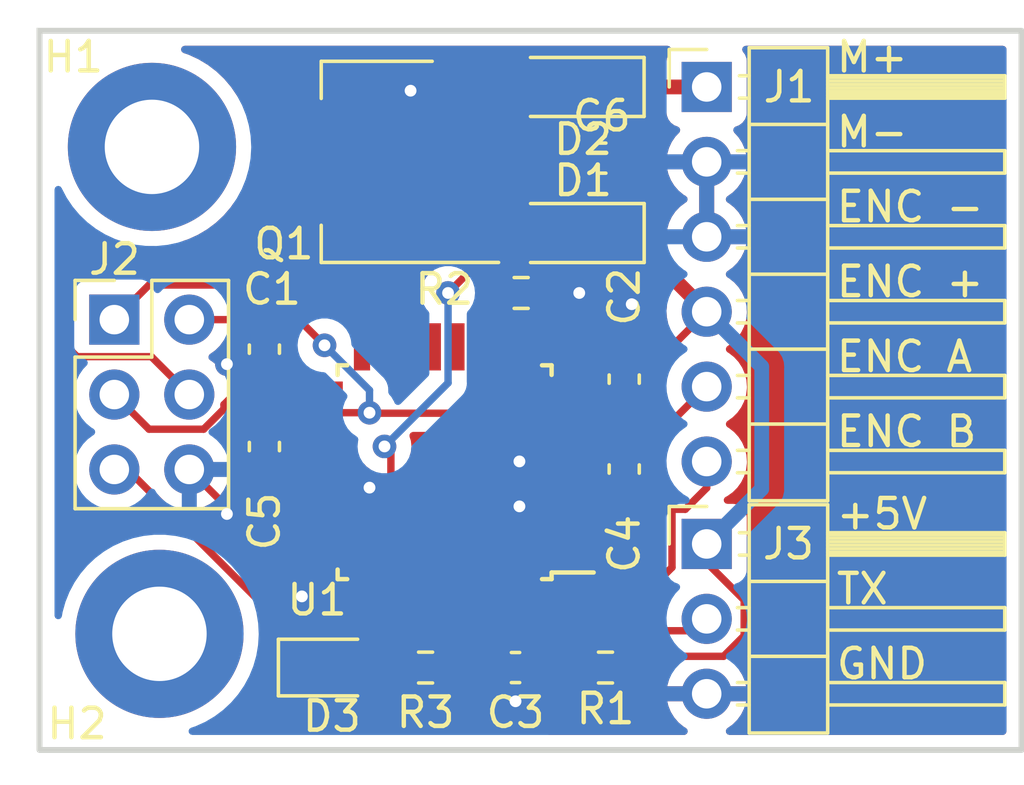
<source format=kicad_pcb>
(kicad_pcb (version 20211014) (generator pcbnew)
  (layers (0 "F.Cu" signal) (31 "B.Cu" signal) (34 "B.Paste" user) (35 "F.Paste" user) (36 "B.SilkS" user "B.Silkscreen") (37 "F.SilkS" user "F.Silkscreen") (38 "B.Mask" user) (39 "F.Mask" user) (44 "Edge.Cuts" user))
  (net 0 "")
  (net 1 "GND")
  (net 2 "RST")
  (net 3 "+5V")
  (net 4 "MOTOR-")
  (net 5 "MOTOR+")
  (net 6 "ENC A")
  (net 7 "ENC B")
  (net 8 "MISO")
  (net 9 "SCK")
  (net 10 "MOSI")
  (net 11 "Net-(Q1-Pad1)")
  (net 15 "Net-(D3-Pad2)")
  (net 17 "LED")
  (net 19 "TX")
  (footprint "MountingHole:MountingHole_3.2mm_M3_ISO7380_Pad" (layer "F.Cu") (at 82.804 108.712)
    (fp_text reference "H2" (at -2.794 3.048) (layer "F.SilkS"))
    (fp_text value "MountingHole")
    (pad "1" thru_hole circle (at 0 0) (size 5.7 5.7) (drill 3.2) (layers *.Cu *.Mask))
  )
  (footprint "Capacitor_SMD:C_0603_1608Metric" (layer "F.Cu") (at 98.552 100.076 -90)
    (fp_text reference "C2" (at -2.794 0 90) (layer "F.SilkS"))
    (fp_text value "C")
    (fp_line (start -0.14058 -0.51) (end 0.14058 -0.51) (layer "F.SilkS") (width 0.12))
    (fp_line (start -0.14058 0.51) (end 0.14058 0.51) (layer "F.SilkS") (width 0.12))
    (pad "1" smd roundrect (at -0.775 0 270) (size 0.9 0.95) (layers "F.Cu" "F.Paste" "F.Mask") (net 1 "GND"))
    (pad "2" smd roundrect (at 0.775 0 270) (size 0.9 0.95) (layers "F.Cu" "F.Paste" "F.Mask") (net 3 "+5V"))
  )
  (footprint "Capacitor_SMD:C_0603_1608Metric" (layer "F.Cu") (at 94.869 109.855)
    (fp_text reference "C3" (at 0 1.524) (layer "F.SilkS"))
    (fp_text value "C")
    (fp_line (start -0.14058 0.51) (end 0.14058 0.51) (layer "F.SilkS") (width 0.12))
    (fp_line (start -0.14058 -0.51) (end 0.14058 -0.51) (layer "F.SilkS") (width 0.12))
    (pad "1" smd roundrect (at -0.775 0) (size 0.9 0.95) (layers "F.Cu" "F.Paste" "F.Mask") (net 1 "GND"))
    (pad "2" smd roundrect (at 0.775 0) (size 0.9 0.95) (layers "F.Cu" "F.Paste" "F.Mask") (net 2 "RST"))
  )
  (footprint "Package_QFP:TQFP-32_7x7mm_P0.8mm" (layer "F.Cu") (at 92.466305 103.232 180)
    (fp_text reference "U1" (at 4.323 -4.333) (layer "F.SilkS"))
    (fp_text value "ATmega88-20A")
    (fp_line (start -3.625 -3.625) (end -3.625 -3.4) (layer "F.SilkS") (width 0.15))
    (fp_line (start 3.625 3.625) (end 3.625 3.3) (layer "F.SilkS") (width 0.15))
    (fp_line (start -3.625 3.625) (end -3.625 3.3) (layer "F.SilkS") (width 0.15))
    (fp_line (start -3.625 -3.625) (end -3.3 -3.625) (layer "F.SilkS") (width 0.15))
    (fp_line (start -3.625 3.625) (end -3.3 3.625) (layer "F.SilkS") (width 0.15))
    (fp_line (start 3.625 -3.625) (end 3.3 -3.625) (layer "F.SilkS") (width 0.15))
    (fp_line (start 3.625 3.625) (end 3.3 3.625) (layer "F.SilkS") (width 0.15))
    (fp_line (start -3.625 -3.4) (end -5.05 -3.4) (layer "F.SilkS") (width 0.15))
    (fp_line (start 3.625 -3.625) (end 3.625 -3.3) (layer "F.SilkS") (width 0.15))
    (pad "1" smd rect (at -4.25 -2.8 180) (size 1.6 0.55) (layers "F.Cu" "F.Paste" "F.Mask") (net 6 "ENC A"))
    (pad "2" smd rect (at -4.25 -2 180) (size 1.6 0.55) (layers "F.Cu" "F.Paste" "F.Mask"))
    (pad "3" smd rect (at -4.25 -1.2 180) (size 1.6 0.55) (layers "F.Cu" "F.Paste" "F.Mask") (net 1 "GND"))
    (pad "4" smd rect (at -4.25 -0.4 180) (size 1.6 0.55) (layers "F.Cu" "F.Paste" "F.Mask") (net 3 "+5V"))
    (pad "5" smd rect (at -4.25 0.4 180) (size 1.6 0.55) (layers "F.Cu" "F.Paste" "F.Mask") (net 1 "GND"))
    (pad "6" smd rect (at -4.25 1.2 180) (size 1.6 0.55) (layers "F.Cu" "F.Paste" "F.Mask") (net 3 "+5V"))
    (pad "7" smd rect (at -4.25 2 180) (size 1.6 0.55) (layers "F.Cu" "F.Paste" "F.Mask"))
    (pad "8" smd rect (at -4.25 2.8 180) (size 1.6 0.55) (layers "F.Cu" "F.Paste" "F.Mask"))
    (pad "9" smd rect (at -2.8 4.25 270) (size 1.6 0.55) (layers "F.Cu" "F.Paste" "F.Mask"))
    (pad "10" smd rect (at -2 4.25 270) (size 1.6 0.55) (layers "F.Cu" "F.Paste" "F.Mask"))
    (pad "11" smd rect (at -1.2 4.25 270) (size 1.6 0.55) (layers "F.Cu" "F.Paste" "F.Mask"))
    (pad "12" smd rect (at -0.4 4.25 270) (size 1.6 0.55) (layers "F.Cu" "F.Paste" "F.Mask"))
    (pad "13" smd rect (at 0.4 4.25 270) (size 1.6 0.55) (layers "F.Cu" "F.Paste" "F.Mask"))
    (pad "14" smd rect (at 1.2 4.25 270) (size 1.6 0.55) (layers "F.Cu" "F.Paste" "F.Mask"))
    (pad "15" smd rect (at 2 4.25 270) (size 1.6 0.55) (layers "F.Cu" "F.Paste" "F.Mask") (net 10 "MOSI"))
    (pad "16" smd rect (at 2.8 4.25 270) (size 1.6 0.55) (layers "F.Cu" "F.Paste" "F.Mask") (net 8 "MISO"))
    (pad "17" smd rect (at 4.25 2.8 180) (size 1.6 0.55) (layers "F.Cu" "F.Paste" "F.Mask") (net 9 "SCK"))
    (pad "18" smd rect (at 4.25 2 180) (size 1.6 0.55) (layers "F.Cu" "F.Paste" "F.Mask") (net 3 "+5V"))
    (pad "19" smd rect (at 4.25 1.2 180) (size 1.6 0.55) (layers "F.Cu" "F.Paste" "F.Mask"))
    (pad "20" smd rect (at 4.25 0.4 180) (size 1.6 0.55) (layers "F.Cu" "F.Paste" "F.Mask"))
    (pad "21" smd rect (at 4.25 -0.4 180) (size 1.6 0.55) (layers "F.Cu" "F.Paste" "F.Mask") (net 1 "GND"))
    (pad "22" smd rect (at 4.25 -1.2 180) (size 1.6 0.55) (layers "F.Cu" "F.Paste" "F.Mask"))
    (pad "23" smd rect (at 4.25 -2 180) (size 1.6 0.55) (layers "F.Cu" "F.Paste" "F.Mask"))
    (pad "24" smd rect (at 4.25 -2.8 180) (size 1.6 0.55) (layers "F.Cu" "F.Paste" "F.Mask"))
    (pad "25" smd rect (at 2.8 -4.25 270) (size 1.6 0.55) (layers "F.Cu" "F.Paste" "F.Mask"))
    (pad "26" smd rect (at 2 -4.25 270) (size 1.6 0.55) (layers "F.Cu" "F.Paste" "F.Mask") (net 11 "Net-(Q1-Pad1)"))
    (pad "27" smd rect (at 1.2 -4.25 270) (size 1.6 0.55) (layers "F.Cu" "F.Paste" "F.Mask") (net 17 "LED"))
    (pad "28" smd rect (at 0.4 -4.25 270) (size 1.6 0.55) (layers "F.Cu" "F.Paste" "F.Mask"))
    (pad "29" smd rect (at -0.4 -4.25 270) (size 1.6 0.55) (layers "F.Cu" "F.Paste" "F.Mask") (net 2 "RST"))
    (pad "30" smd rect (at -1.2 -4.25 270) (size 1.6 0.55) (layers "F.Cu" "F.Paste" "F.Mask"))
    (pad "31" smd rect (at -2 -4.25 270) (size 1.6 0.55) (layers "F.Cu" "F.Paste" "F.Mask") (net 19 "TX"))
    (pad "32" smd rect (at -2.8 -4.25 270) (size 1.6 0.55) (layers "F.Cu" "F.Paste" "F.Mask") (net 7 "ENC B"))
  )
  (footprint "Diode_SMD:D_SOD-123F" (layer "F.Cu") (at 97.025 90.17 180)
    (fp_text reference "D2" (at -0.13 -1.778) (layer "F.SilkS"))
    (fp_text value "D")
    (fp_line (start -2.2 1) (end 1.65 1) (layer "F.SilkS") (width 0.12))
    (fp_line (start -2.2 -1) (end -2.2 1) (layer "F.SilkS") (width 0.12))
    (fp_line (start -2.2 -1) (end 1.65 -1) (layer "F.SilkS") (width 0.12))
    (pad "1" smd rect (at -1.4 0 180) (size 1.1 1.1) (layers "F.Cu" "F.Paste" "F.Mask") (net 3 "+5V"))
    (pad "2" smd rect (at 1.4 0 180) (size 1.1 1.1) (layers "F.Cu" "F.Paste" "F.Mask") (net 4 "MOTOR-"))
  )
  (footprint "Capacitor_SMD:C_0603_1608Metric" (layer "F.Cu") (at 97.79 92.583)
    (fp_text reference "C6" (at 0 -1.43) (layer "F.SilkS"))
    (fp_text value "C")
    (fp_line (start -0.14058 -0.51) (end 0.14058 -0.51) (layer "F.SilkS") (width 0.12))
    (fp_line (start -0.14058 0.51) (end 0.14058 0.51) (layer "F.SilkS") (width 0.12))
    (pad "1" smd roundrect (at -0.775 0) (size 0.9 0.95) (layers "F.Cu" "F.Paste" "F.Mask") (net 4 "MOTOR-"))
    (pad "2" smd roundrect (at 0.775 0) (size 0.9 0.95) (layers "F.Cu" "F.Paste" "F.Mask") (net 5 "MOTOR+"))
  )
  (footprint "Connector_PinHeader_2.54mm:PinHeader_2x03_P2.54mm_Vertical" (layer "F.Cu") (at 81.275 98.059)
    (fp_text reference "J2" (at 0.005 -2.047) (layer "F.SilkS"))
    (fp_text value "Conn_01x06")
    (fp_line (start 3.87 -1.33) (end 3.87 6.41) (layer "F.SilkS") (width 0.12))
    (fp_line (start -1.33 0) (end -1.33 -1.33) (layer "F.SilkS") (width 0.12))
    (fp_line (start 1.27 1.27) (end 1.27 -1.33) (layer "F.SilkS") (width 0.12))
    (fp_line (start -1.33 -1.33) (end 0 -1.33) (layer "F.SilkS") (width 0.12))
    (fp_line (start -1.33 6.41) (end 3.87 6.41) (layer "F.SilkS") (width 0.12))
    (fp_line (start 1.27 -1.33) (end 3.87 -1.33) (layer "F.SilkS") (width 0.12))
    (fp_line (start -1.33 1.27) (end 1.27 1.27) (layer "F.SilkS") (width 0.12))
    (fp_line (start -1.33 1.27) (end -1.33 6.41) (layer "F.SilkS") (width 0.12))
    (pad "1" thru_hole rect (at 0 0) (size 1.7 1.7) (drill 1) (layers *.Cu *.Mask) (net 8 "MISO"))
    (pad "2" thru_hole oval (at 2.54 0) (size 1.7 1.7) (drill 1) (layers *.Cu *.Mask) (net 3 "+5V"))
    (pad "3" thru_hole oval (at 0 2.54) (size 1.7 1.7) (drill 1) (layers *.Cu *.Mask) (net 9 "SCK"))
    (pad "4" thru_hole oval (at 2.54 2.54) (size 1.7 1.7) (drill 1) (layers *.Cu *.Mask) (net 10 "MOSI"))
    (pad "5" thru_hole oval (at 0 5.08) (size 1.7 1.7) (drill 1) (layers *.Cu *.Mask) (net 2 "RST"))
    (pad "6" thru_hole oval (at 2.54 5.08) (size 1.7 1.7) (drill 1) (layers *.Cu *.Mask) (net 1 "GND"))
  )
  (footprint "Connector_PinHeader_2.54mm:PinHeader_1x03_P2.54mm_Horizontal" (layer "F.Cu") (at 101.346 105.664)
    (fp_text reference "J3" (at 2.77 0) (layer "F.SilkS"))
    (fp_text value "Conn_01x03")
    (fp_line (start 4.1 0.16) (end 10.1 0.16) (layer "F.SilkS") (width 0.12))
    (fp_line (start 1.44 6.41) (end 4.1 6.41) (layer "F.SilkS") (width 0.12))
    (fp_line (start 10.1 -0.38) (end 10.1 0.38) (layer "F.SilkS") (width 0.12))
    (fp_line (start 10.1 2.92) (end 4.1 2.92) (layer "F.SilkS") (width 0.12))
    (fp_line (start 1.44 1.27) (end 4.1 1.27) (layer "F.SilkS") (width 0.12))
    (fp_line (start 10.1 0.38) (end 4.1 0.38) (layer "F.SilkS") (width 0.12))
    (fp_line (start 1.44 3.81) (end 4.1 3.81) (layer "F.SilkS") (width 0.12))
    (fp_line (start 10.1 4.7) (end 10.1 5.46) (layer "F.SilkS") (width 0.12))
    (fp_line (start 10.1 2.16) (end 10.1 2.92) (layer "F.SilkS") (width 0.12))
    (fp_line (start 4.1 0.04) (end 10.1 0.04) (layer "F.SilkS") (width 0.12))
    (fp_line (start 1.44 -1.33) (end 1.44 6.41) (layer "F.SilkS") (width 0.12))
    (fp_line (start 4.1 6.41) (end 4.1 -1.33) (layer "F.SilkS") (width 0.12))
    (fp_line (start 1.042929 2.92) (end 1.44 2.92) (layer "F.SilkS") (width 0.12))
    (fp_line (start 4.1 -1.33) (end 1.44 -1.33) (layer "F.SilkS") (width 0.12))
    (fp_line (start 4.1 4.7) (end 10.1 4.7) (layer "F.SilkS") (width 0.12))
    (fp_line (start 4.1 -0.32) (end 10.1 -0.32) (layer "F.SilkS") (width 0.12))
    (fp_line (start 4.1 -0.2) (end 10.1 -0.2) (layer "F.SilkS") (width 0.12))
    (fp_line (start 1.042929 5.46) (end 1.44 5.46) (layer "F.SilkS") (width 0.12))
    (fp_line (start 1.11 -0.38) (end 1.44 -0.38) (layer "F.SilkS") (width 0.12))
    (fp_line (start -1.27 -1.27) (end 0 -1.27) (layer "F.SilkS") (width 0.12))
    (fp_line (start 4.1 -0.38) (end 10.1 -0.38) (layer "F.SilkS") (width 0.12))
    (fp_line (start 10.1 5.46) (end 4.1 5.46) (layer "F.SilkS") (width 0.12))
    (fp_line (start 4.1 -0.08) (end 10.1 -0.08) (layer "F.SilkS") (width 0.12))
    (fp_line (start 4.1 2.16) (end 10.1 2.16) (layer "F.SilkS") (width 0.12))
    (fp_line (start 1.042929 2.16) (end 1.44 2.16) (layer "F.SilkS") (width 0.12))
    (fp_line (start 1.042929 4.7) (end 1.44 4.7) (layer "F.SilkS") (width 0.12))
    (fp_line (start 1.11 0.38) (end 1.44 0.38) (layer "F.SilkS") (width 0.12))
    (fp_line (start -1.27 0) (end -1.27 -1.27) (layer "F.SilkS") (width 0.12))
    (fp_line (start 4.1 0.28) (end 10.1 0.28) (layer "F.SilkS") (width 0.12))
    (pad "1" thru_hole rect (at 0 0) (size 1.7 1.7) (drill 1) (layers *.Cu *.Mask) (net 3 "+5V"))
    (pad "2" thru_hole oval (at 0 2.54) (size 1.7 1.7) (drill 1) (layers *.Cu *.Mask) (net 19 "TX"))
    (pad "3" thru_hole oval (at 0 5.08) (size 1.7 1.7) (drill 1) (layers *.Cu *.Mask) (net 1 "GND"))
  )
  (footprint "LED_SMD:LED_0805_2012Metric" (layer "F.Cu") (at 88.519 109.855)
    (fp_text reference "D3" (at 0.127 1.651) (layer "F.SilkS"))
    (fp_text value "LED")
    (fp_line (start -1.685 -0.96) (end -1.685 0.96) (layer "F.SilkS") (width 0.12))
    (fp_line (start -1.685 0.96) (end 1 0.96) (layer "F.SilkS") (width 0.12))
    (fp_line (start 1 -0.96) (end -1.685 -0.96) (layer "F.SilkS") (width 0.12))
    (pad "1" smd roundrect (at -0.9375 0) (size 0.975 1.4) (layers "F.Cu" "F.Paste" "F.Mask") (net 1 "GND"))
    (pad "2" smd roundrect (at 0.9375 0) (size 0.975 1.4) (layers "F.Cu" "F.Paste" "F.Mask") (net 15 "Net-(D3-Pad2)"))
  )
  (footprint "Resistor_SMD:R_0603_1608Metric" (layer "F.Cu") (at 95.06 97.155 180)
    (fp_text reference "R2" (at 2.604 0.127) (layer "F.SilkS"))
    (fp_text value "R")
    (fp_line (start -0.237258 -0.5225) (end 0.237258 -0.5225) (layer "F.SilkS") (width 0.12))
    (fp_line (start -0.237258 0.5225) (end 0.237258 0.5225) (layer "F.SilkS") (width 0.12))
    (pad "1" smd roundrect (at -0.825 0 180) (size 0.8 0.95) (layers "F.Cu" "F.Paste" "F.Mask") (net 1 "GND"))
    (pad "2" smd roundrect (at 0.825 0 180) (size 0.8 0.95) (layers "F.Cu" "F.Paste" "F.Mask") (net 11 "Net-(Q1-Pad1)"))
  )
  (footprint "Capacitor_SMD:C_0603_1608Metric" (layer "F.Cu") (at 86.36 102.362 90)
    (fp_text reference "C5" (at -2.54 0 90) (layer "F.SilkS"))
    (fp_text value "C")
    (fp_line (start -0.14058 -0.51) (end 0.14058 -0.51) (layer "F.SilkS") (width 0.12))
    (fp_line (start -0.14058 0.51) (end 0.14058 0.51) (layer "F.SilkS") (width 0.12))
    (pad "1" smd roundrect (at -0.775 0 90) (size 0.9 0.95) (layers "F.Cu" "F.Paste" "F.Mask") (net 1 "GND"))
    (pad "2" smd roundrect (at 0.775 0 90) (size 0.9 0.95) (layers "F.Cu" "F.Paste" "F.Mask") (net 3 "+5V"))
  )
  (footprint "MountingHole:MountingHole_3.2mm_M3_ISO7380_Pad" (layer "F.Cu") (at 82.55 92.202)
    (fp_text reference "H1" (at -2.667 -3.048) (layer "F.SilkS"))
    (fp_text value "MountingHole")
    (pad "1" thru_hole circle (at 0 0) (size 5.7 5.7) (drill 3.2) (layers *.Cu *.Mask))
  )
  (footprint "Package_TO_SOT_SMD:SOT-223" (layer "F.Cu") (at 90.195 92.71 180)
    (fp_text reference "Q1" (at 3.175 -2.78) (layer "F.SilkS"))
    (fp_text value "Q_NMOS_GDS")
    (fp_line (start -1.85 3.41) (end 1.91 3.41) (layer "F.SilkS") (width 0.12))
    (fp_line (start 1.91 -3.41) (end 1.91 -2.15) (layer "F.SilkS") (width 0.12))
    (fp_line (start -4.1 -3.41) (end 1.91 -3.41) (layer "F.SilkS") (width 0.12))
    (fp_line (start 1.91 3.41) (end 1.91 2.15) (layer "F.SilkS") (width 0.12))
    (pad "1" smd rect (at -3.15 -2.3 180) (size 2 1.5) (layers "F.Cu" "F.Paste" "F.Mask") (net 11 "Net-(Q1-Pad1)"))
    (pad "2" smd rect (at -3.15 0 180) (size 2 1.5) (layers "F.Cu" "F.Paste" "F.Mask") (net 4 "MOTOR-"))
    (pad "3" smd rect (at -3.15 2.3 180) (size 2 1.5) (layers "F.Cu" "F.Paste" "F.Mask") (net 1 "GND"))
    (pad "4" smd rect (at 3.15 0 180) (size 2 3.8) (layers "F.Cu" "F.Paste" "F.Mask"))
  )
  (footprint "Diode_SMD:D_SOD-123F" (layer "F.Cu") (at 97.028 95.123 180)
    (fp_text reference "D1" (at -0.127 1.778) (layer "F.SilkS"))
    (fp_text value "D")
    (fp_line (start -2.2 -1) (end -2.2 1) (layer "F.SilkS") (width 0.12))
    (fp_line (start -2.2 1) (end 1.65 1) (layer "F.SilkS") (width 0.12))
    (fp_line (start -2.2 -1) (end 1.65 -1) (layer "F.SilkS") (width 0.12))
    (pad "1" smd rect (at -1.4 0 180) (size 1.1 1.1) (layers "F.Cu" "F.Paste" "F.Mask") (net 5 "MOTOR+"))
    (pad "2" smd rect (at 1.4 0 180) (size 1.1 1.1) (layers "F.Cu" "F.Paste" "F.Mask") (net 3 "+5V"))
  )
  (footprint "Capacitor_SMD:C_0603_1608Metric" (layer "F.Cu") (at 98.552 103.124 90)
    (fp_text reference "C4" (at -2.54 0 90) (layer "F.SilkS"))
    (fp_text value "C")
    (fp_line (start -0.14058 0.51) (end 0.14058 0.51) (layer "F.SilkS") (width 0.12))
    (fp_line (start -0.14058 -0.51) (end 0.14058 -0.51) (layer "F.SilkS") (width 0.12))
    (pad "1" smd roundrect (at -0.775 0 90) (size 0.9 0.95) (layers "F.Cu" "F.Paste" "F.Mask") (net 1 "GND"))
    (pad "2" smd roundrect (at 0.775 0 90) (size 0.9 0.95) (layers "F.Cu" "F.Paste" "F.Mask") (net 3 "+5V"))
  )
  (footprint "Connector_PinHeader_2.54mm:PinHeader_1x06_P2.54mm_Horizontal" (layer "F.Cu") (at 101.346 90.17)
    (fp_text reference "J1" (at 2.794 0) (layer "F.SilkS"))
    (fp_text value "Conn_01x06")
    (fp_line (start 1.44 8.89) (end 4.1 8.89) (layer "F.SilkS") (width 0.12))
    (fp_line (start 4.1 2.16) (end 10.1 2.16) (layer "F.SilkS") (width 0.12))
    (fp_line (start 1.042929 12.32) (end 1.44 12.32) (layer "F.SilkS") (width 0.12))
    (fp_line (start 1.042929 2.92) (end 1.44 2.92) (layer "F.SilkS") (width 0.12))
    (fp_line (start 10.1 4.7) (end 10.1 5.46) (layer "F.SilkS") (width 0.12))
    (fp_line (start 4.1 0.04) (end 10.1 0.04) (layer "F.SilkS") (width 0.12))
    (fp_line (start 1.44 14.03) (end 4.1 14.03) (layer "F.SilkS") (width 0.12))
    (fp_line (start 1.042929 7.24) (end 1.44 7.24) (layer "F.SilkS") (width 0.12))
    (fp_line (start 1.44 1.27) (end 4.1 1.27) (layer "F.SilkS") (width 0.12))
    (fp_line (start 10.1 0.38) (end 4.1 0.38) (layer "F.SilkS") (width 0.12))
    (fp_line (start 10.1 2.92) (end 4.1 2.92) (layer "F.SilkS") (width 0.12))
    (fp_line (start 1.042929 4.7) (end 1.44 4.7) (layer "F.SilkS") (width 0.12))
    (fp_line (start 1.042929 10.54) (end 1.44 10.54) (layer "F.SilkS") (width 0.12))
    (fp_line (start 10.1 7.24) (end 10.1 8) (layer "F.SilkS") (width 0.12))
    (fp_line (start 10.1 2.16) (end 10.1 2.92) (layer "F.SilkS") (width 0.12))
    (fp_line (start 1.042929 8) (end 1.44 8) (layer "F.SilkS") (width 0.12))
    (fp_line (start 10.1 -0.38) (end 10.1 0.38) (layer "F.SilkS") (width 0.12))
    (fp_line (start -1.27 -1.27) (end 0 -1.27) (layer "F.SilkS") (width 0.12))
    (fp_line (start 4.1 -0.38) (end 10.1 -0.38) (layer "F.SilkS") (width 0.12))
    (fp_line (start 10.1 5.46) (end 4.1 5.46) (layer "F.SilkS") (width 0.12))
    (fp_line (start 4.1 0.28) (end 10.1 0.28) (layer "F.SilkS") (width 0.12))
    (fp_line (start 1.042929 5.46) (end 1.44 5.46) (layer "F.SilkS") (width 0.12))
    (fp_line (start 1.042929 2.16) (end 1.44 2.16) (layer "F.SilkS") (width 0.12))
    (fp_line (start 10.1 13.08) (end 4.1 13.08) (layer "F.SilkS") (width 0.12))
    (fp_line (start 1.042929 13.08) (end 1.44 13.08) (layer "F.SilkS") (width 0.12))
    (fp_line (start 1.44 6.35) (end 4.1 6.35) (layer "F.SilkS") (width 0.12))
    (fp_line (start 4.1 -0.08) (end 10.1 -0.08) (layer "F.SilkS") (width 0.12))
    (fp_line (start -1.27 0) (end -1.27 -1.27) (layer "F.SilkS") (width 0.12))
    (fp_line (start 4.1 9.78) (end 10.1 9.78) (layer "F.SilkS") (width 0.12))
    (fp_line (start 1.042929 9.78) (end 1.44 9.78) (layer "F.SilkS") (width 0.12))
    (fp_line (start 1.11 0.38) (end 1.44 0.38) (layer "F.SilkS") (width 0.12))
    (fp_line (start 10.1 12.32) (end 10.1 13.08) (layer "F.SilkS") (width 0.12))
    (fp_line (start 4.1 4.7) (end 10.1 4.7) (layer "F.SilkS") (width 0.12))
    (fp_line (start 4.1 0.16) (end 10.1 0.16) (layer "F.SilkS") (width 0.12))
    (fp_line (start 1.11 -0.38) (end 1.44 -0.38) (layer "F.SilkS") (width 0.12))
    (fp_line (start 4.1 7.24) (end 10.1 7.24) (layer "F.SilkS") (width 0.12))
    (fp_line (start 4.1 -1.33) (end 1.44 -1.33) (layer "F.SilkS") (width 0.12))
    (fp_line (start 10.1 9.78) (end 10.1 10.54) (layer "F.SilkS") (width 0.12))
    (fp_line (start 4.1 -0.32) (end 10.1 -0.32) (layer "F.SilkS") (width 0.12))
    (fp_line (start 10.1 10.54) (end 4.1 10.54) (layer "F.SilkS") (width 0.12))
    (fp_line (start 1.44 -1.33) (end 1.44 14.03) (layer "F.SilkS") (width 0.12))
    (fp_line (start 1.44 11.43) (end 4.1 11.43) (layer "F.SilkS") (width 0.12))
    (fp_line (start 4.1 14.03) (end 4.1 -1.33) (layer "F.SilkS") (width 0.12))
    (fp_line (start 10.1 8) (end 4.1 8) (layer "F.SilkS") (width 0.12))
    (fp_line (start 4.1 12.32) (end 10.1 12.32) (layer "F.SilkS") (width 0.12))
    (fp_line (start 4.1 -0.2) (end 10.1 -0.2) (layer "F.SilkS") (width 0.12))
    (fp_line (start 1.44 3.81) (end 4.1 3.81) (layer "F.SilkS") (width 0.12))
    (pad "1" thru_hole rect (at 0 0) (size 1.7 1.7) (drill 1) (layers *.Cu *.Mask) (net 5 "MOTOR+"))
    (pad "2" thru_hole oval (at 0 2.54) (size 1.7 1.7) (drill 1) (layers *.Cu *.Mask) (net 4 "MOTOR-"))
    (pad "3" thru_hole oval (at 0 5.08) (size 1.7 1.7) (drill 1) (layers *.Cu *.Mask) (net 1 "GND"))
    (pad "4" thru_hole oval (at 0 7.62) (size 1.7 1.7) (drill 1) (layers *.Cu *.Mask) (net 3 "+5V"))
    (pad "5" thru_hole oval (at 0 10.16) (size 1.7 1.7) (drill 1) (layers *.Cu *.Mask) (net 6 "ENC A"))
    (pad "6" thru_hole oval (at 0 12.7) (size 1.7 1.7) (drill 1) (layers *.Cu *.Mask) (net 7 "ENC B"))
  )
  (footprint "Resistor_SMD:R_0603_1608Metric" (layer "F.Cu") (at 97.917 109.855)
    (fp_text reference "R1" (at 0 1.397) (layer "F.SilkS"))
    (fp_text value "R")
    (fp_line (start -0.237258 0.5225) (end 0.237258 0.5225) (layer "F.SilkS") (width 0.12))
    (fp_line (start -0.237258 -0.5225) (end 0.237258 -0.5225) (layer "F.SilkS") (width 0.12))
    (pad "1" smd roundrect (at -0.825 0) (size 0.8 0.95) (layers "F.Cu" "F.Paste" "F.Mask") (net 2 "RST"))
    (pad "2" smd roundrect (at 0.825 0) (size 0.8 0.95) (layers "F.Cu" "F.Paste" "F.Mask") (net 3 "+5V"))
  )
  (footprint "Resistor_SMD:R_0603_1608Metric" (layer "F.Cu") (at 91.821 109.855)
    (fp_text reference "R3" (at 0 1.524) (layer "F.SilkS"))
    (fp_text value "R")
    (fp_line (start -0.237258 -0.5225) (end 0.237258 -0.5225) (layer "F.SilkS") (width 0.12))
    (fp_line (start -0.237258 0.5225) (end 0.237258 0.5225) (layer "F.SilkS") (width 0.12))
    (pad "1" smd roundrect (at -0.825 0) (size 0.8 0.95) (layers "F.Cu" "F.Paste" "F.Mask") (net 15 "Net-(D3-Pad2)"))
    (pad "2" smd roundrect (at 0.825 0) (size 0.8 0.95) (layers "F.Cu" "F.Paste" "F.Mask") (net 17 "LED"))
  )
  (footprint "Capacitor_SMD:C_0603_1608Metric" (layer "F.Cu") (at 86.36 99.06 90)
    (fp_text reference "C1" (at 2.032 0.254 180) (layer "F.SilkS"))
    (fp_text value "C")
    (fp_line (start -0.14058 0.51) (end 0.14058 0.51) (layer "F.SilkS") (width 0.12))
    (fp_line (start -0.14058 -0.51) (end 0.14058 -0.51) (layer "F.SilkS") (width 0.12))
    (pad "1" smd roundrect (at -0.775 0 90) (size 0.9 0.95) (layers "F.Cu" "F.Paste" "F.Mask") (net 1 "GND"))
    (pad "2" smd roundrect (at 0.775 0 90) (size 0.9 0.95) (layers "F.Cu" "F.Paste" "F.Mask") (net 3 "+5V"))
  )
  (gr_rect (start 78.74 88.265) (end 112.014 112.649) (layer "Edge.Cuts") (width 0.2) (fill none))
  (gr_text "ENC +" (at 105.664 96.774) (layer "F.SilkS") (effects (font (size 1 1)) (justify left)))
  (gr_text "ENC B" (at 105.664 101.854) (layer "F.SilkS") (effects (font (size 1 1)) (justify left)))
  (gr_text "ENC A" (at 105.664 99.314) (layer "F.SilkS") (effects (font (size 1 1)) (justify left)))
  (gr_text "TX" (at 105.664 107.188) (layer "F.SilkS") (effects (font (size 1 1)) (justify left)))
  (gr_text "ENC -" (at 105.664 94.234) (layer "F.SilkS") (effects (font (size 1 1)) (justify left)))
  (gr_text "+5V" (at 105.664 104.648) (layer "F.SilkS") (effects (font (size 1 1)) (justify left)))
  (gr_text "M-" (at 105.664 91.694) (layer "F.SilkS") (effects (font (size 1 1)) (justify left)))
  (gr_text "M+\n" (at 105.664 89.154) (layer "F.SilkS") (effects (font (size 1 1)) (justify left)))
  (gr_text "GND\n" (at 105.664 109.728) (layer "F.SilkS") (effects (font (size 1 1)) (justify left)))
  (segment (start 88.216305 103.632) (end 89.798305 103.632) (width 0.25) (layer "F.Cu") (net 1))
  (segment (start 89.798305 103.632) (end 89.921305 103.755) (width 0.25) (layer "F.Cu") (net 1))
  (segment (start 86.36 103.378) (end 85.09 104.648) (width 0.25) (layer "F.Cu") (net 1))
  (segment (start 95.043305 104.432) (end 95.001305 104.39) (width 0.25) (layer "F.Cu") (net 1))
  (segment (start 98.552 99.301) (end 98.806 99.047) (width 0.25) (layer "F.Cu") (net 1))
  (segment (start 94.094 110.223) (end 94.869 110.998) (width 0.25) (layer "F.Cu") (net 1))
  (segment (start 83.815 103.139) (end 85.09 104.414) (width 0.25) (layer "F.Cu") (net 1))
  (segment (start 87.5815 107.4905) (end 87.63 107.442) (width 0.25) (layer "F.Cu") (net 1))
  (segment (start 87.5815 109.855) (end 87.5815 107.4905) (width 0.25) (layer "F.Cu") (net 1))
  (segment (start 96.716305 102.832) (end 95.035305 102.832) (width 0.25) (layer "F.Cu") (net 1))
  (segment (start 96.716305 104.432) (end 95.043305 104.432) (width 0.25) (layer "F.Cu") (net 1))
  (segment (start 98.806 99.047) (end 98.806 97.536) (width 0.25) (layer "F.Cu") (net 1))
  (segment (start 86.36 99.835) (end 85.357 99.835) (width 0.25) (layer "F.Cu") (net 1))
  (segment (start 86.36 103.137) (end 86.36 103.378) (width 0.25) (layer "F.Cu") (net 1))
  (segment (start 85.357 99.835) (end 85.09 99.568) (width 0.25) (layer "F.Cu") (net 1))
  (segment (start 95.035305 102.832) (end 95.001305 102.866) (width 0.25) (layer "F.Cu") (net 1))
  (segment (start 98.019 104.432) (end 96.716305 104.432) (width 0.25) (layer "F.Cu") (net 1))
  (segment (start 98.552 103.899) (end 98.019 104.432) (width 0.25) (layer "F.Cu") (net 1))
  (segment (start 95.885 97.155) (end 97.028 97.155) (width 0.25) (layer "F.Cu") (net 1))
  (segment (start 91.426 90.41) (end 91.313 90.297) (width 0.5) (layer "F.Cu") (net 1))
  (segment (start 85.09 104.414) (end 85.09 104.648) (width 0.25) (layer "F.Cu") (net 1))
  (segment (start 93.345 90.41) (end 91.426 90.41) (width 0.5) (layer "F.Cu") (net 1))
  (segment (start 94.094 109.855) (end 94.094 110.223) (width 0.25) (layer "F.Cu") (net 1))
  (via (at 87.63 107.442) (size 0.8) (drill 0.4) (layers "F.Cu" "B.Cu") (net 1))
  (via (at 98.806 97.536) (size 0.8) (drill 0.4) (layers "F.Cu" "B.Cu") (net 1))
  (via (at 85.09 99.568) (size 0.8) (drill 0.4) (layers "F.Cu" "B.Cu") (net 1))
  (via (at 89.921305 103.755) (size 0.8) (drill 0.4) (layers "F.Cu" "B.Cu") (net 1))
  (via (at 91.313 90.297) (size 0.8) (drill 0.4) (layers "F.Cu" "B.Cu") (net 1))
  (via (at 95.001305 102.866) (size 0.8) (drill 0.4) (layers "F.Cu" "B.Cu") (net 1))
  (via (at 97.028 97.155) (size 0.8) (drill 0.4) (layers "F.Cu" "B.Cu") (net 1))
  (via (at 94.869 110.998) (size 0.8) (drill 0.4) (layers "F.Cu" "B.Cu") (net 1))
  (via (at 85.09 104.648) (size 0.8) (drill 0.4) (layers "F.Cu" "B.Cu") (net 1))
  (via (at 95.001305 104.39) (size 0.8) (drill 0.4) (layers "F.Cu" "B.Cu") (net 1))
  (segment (start 93.066305 108.607) (end 94.216804 108.607) (width 0.25) (layer "F.Cu") (net 2))
  (segment (start 95.187 111.76) (end 97.092 109.855) (width 0.25) (layer "F.Cu") (net 2))
  (segment (start 81.721129 103.139) (end 86.769 108.186871) (width 0.25) (layer "F.Cu") (net 2))
  (segment (start 94.216804 108.607) (end 95.464804 109.855) (width 0.25) (layer "F.Cu") (net 2))
  (segment (start 92.866305 108.407) (end 93.066305 108.607) (width 0.25) (layer "F.Cu") (net 2))
  (segment (start 92.866305 107.482) (end 92.866305 108.407) (width 0.25) (layer "F.Cu") (net 2))
  (segment (start 81.275 103.139) (end 81.721129 103.139) (width 0.25) (layer "F.Cu") (net 2))
  (segment (start 87.982166 111.76) (end 95.187 111.76) (width 0.25) (layer "F.Cu") (net 2))
  (segment (start 86.769 108.186871) (end 86.769 110.546834) (width 0.25) (layer "F.Cu") (net 2))
  (segment (start 86.769 110.546834) (end 87.982166 111.76) (width 0.25) (layer "F.Cu") (net 2))
  (segment (start 95.464804 109.855) (end 95.644 109.855) (width 0.25) (layer "F.Cu") (net 2))
  (segment (start 94.129305 103.019305) (end 94.129305 101.232) (width 0.25) (layer "F.Cu") (net 3))
  (segment (start 101.9175 109.474) (end 102.616 108.7755) (width 0.25) (layer "F.Cu") (net 3))
  (segment (start 98.425 90.17) (end 101.346 90.17) (width 0.5) (layer "F.Cu") (net 3))
  (segment (start 102.616 107.569) (end 101.346 106.299) (width 0.25) (layer "F.Cu") (net 3))
  (segment (start 86.36 98.074) (end 86.345 98.059) (width 0.25) (layer "F.Cu") (net 3))
  (segment (start 98.552 101.246305) (end 98.552 100.851) (width 0.25) (layer "F.Cu") (net 3))
  (segment (start 102.616 108.7755) (end 102.616 107.569) (width 0.25) (layer "F.Cu") (net 3))
  (segment (start 86.36 98.285) (end 86.36 98.074) (width 0.25) (layer "F.Cu") (net 3))
  (segment (start 101.346 106.299) (end 101.346 105.664) (width 0.25) (layer "F.Cu") (net 3))
  (segment (start 98.428 95.123) (end 98.679 95.123) (width 0.5) (layer "F.Cu") (net 3))
  (segment (start 98.552 100.851) (end 98.552 100.584) (width 0.25) (layer "F.Cu") (net 3))
  (segment (start 88.233305 101.215) (end 88.216305 101.232) (width 0.25) (layer "F.Cu") (net 3))
  (segment (start 98.083305 102.349) (end 98.552 102.349) (width 0.25) (layer "F.Cu") (net 3))
  (segment (start 98.552 100.584) (end 101.346 97.79) (width 0.25) (layer "F.Cu") (net 3))
  (segment (start 99.06 109.855) (end 99.441 109.474) (width 0.25) (layer "F.Cu") (net 3))
  (segment (start 86.36 101.587) (end 86.715 101.232) (width 0.25) (layer "F.Cu") (net 3))
  (segment (start 89.938305 101.232) (end 89.921305 101.215) (width 0.25) (layer "F.Cu") (net 3))
  (segment (start 98.742 109.855) (end 99.06 109.855) (width 0.25) (layer "F.Cu") (net 3))
  (segment (start 87.527305 98.059) (end 88.397305 98.929) (width 0.25) (layer "F.Cu") (net 3))
  (segment (start 86.715 101.232) (end 88.216305 101.232) (width 0.25) (layer "F.Cu") (net 3))
  (segment (start 83.815 98.059) (end 86.345 98.059) (width 0.25) (layer "F.Cu") (net 3))
  (segment (start 94.866305 101.232) (end 94.129305 101.232) (width 0.25) (layer "F.Cu") (net 3))
  (segment (start 94.742 103.632) (end 94.129305 103.019305) (width 0.25) (layer "F.Cu") (net 3))
  (segment (start 86.345 98.059) (end 87.527305 98.059) (width 0.25) (layer "F.Cu") (net 3))
  (segment (start 97.766305 102.032) (end 98.552 101.246305) (width 0.25) (layer "F.Cu") (net 3))
  (segment (start 98.679 95.123) (end 101.346 97.79) (width 0.5) (layer "F.Cu") (net 3))
  (segment (start 99.441 109.474) (end 101.9175 109.474) (width 0.25) (layer "F.Cu") (net 3))
  (segment (start 96.716305 102.032) (end 97.766305 102.032) (width 0.25) (layer "F.Cu") (net 3))
  (segment (start 97.766305 102.032) (end 98.083305 102.349) (width 0.25) (layer "F.Cu") (net 3))
  (segment (start 94.129305 101.232) (end 89.938305 101.232) (width 0.25) (layer "F.Cu") (net 3))
  (segment (start 95.666305 102.032) (end 94.866305 101.232) (width 0.25) (layer "F.Cu") (net 3))
  (segment (start 89.921305 101.215) (end 88.233305 101.215) (width 0.25) (layer "F.Cu") (net 3))
  (segment (start 96.716305 103.632) (end 94.742 103.632) (width 0.25) (layer "F.Cu") (net 3))
  (segment (start 96.716305 102.032) (end 95.666305 102.032) (width 0.25) (layer "F.Cu") (net 3))
  (via (at 88.397305 98.929) (size 0.8) (drill 0.4) (layers "F.Cu" "B.Cu") (net 3))
  (via (at 89.921305 101.215) (size 0.8) (drill 0.4) (layers "F.Cu" "B.Cu") (net 3))
  (segment (start 88.397305 98.929) (end 89.921305 100.453) (width 0.25) (layer "B.Cu") (net 3))
  (segment (start 89.921305 100.453) (end 89.921305 101.215) (width 0.25) (layer "B.Cu") (net 3))
  (segment (start 103.210997 99.654997) (end 103.210997 103.799003) (width 0.5) (layer "B.Cu") (net 3))
  (segment (start 101.346 97.79) (end 103.210997 99.654997) (width 0.5) (layer "B.Cu") (net 3))
  (segment (start 103.210997 103.799003) (end 101.346 105.664) (width 0.5) (layer "B.Cu") (net 3))
  (segment (start 95.628 93.85) (end 94.3115 92.5335) (width 0.5) (layer "F.Cu") (net 4))
  (segment (start 96.895 92.583) (end 95.628 93.85) (width 0.5) (layer "F.Cu") (net 4))
  (segment (start 95.625 91.22) (end 94.135 92.71) (width 0.5) (layer "F.Cu") (net 4))
  (segment (start 94.135 92.71) (end 93.345 92.71) (width 0.5) (layer "F.Cu") (net 4))
  (segment (start 95.625 90.17) (end 95.625 91.22) (width 0.5) (layer "F.Cu") (net 4))
  (segment (start 95.628 95.123) (end 95.628 93.85) (width 0.5) (layer "F.Cu") (net 4))
  (segment (start 97.015 92.583) (end 96.895 92.583) (width 0.5) (layer "F.Cu") (net 4))
  (segment (start 101.346 100.33) (end 99.721499 101.954501) (width 0.25) (layer "F.Cu") (net 6))
  (segment (start 99.721499 101.954501) (end 99.721499 106.032) (width 0.25) (layer "F.Cu") (net 6))
  (segment (start 99.721499 106.032) (end 96.716305 106.032) (width 0.25) (layer "F.Cu") (net 6))
  (segment (start 101.346 102.87) (end 101.346 103.763501) (width 0.25) (layer "F.Cu") (net 7))
  (segment (start 100.620501 104.489) (end 100.171 104.489) (width 0.25) (layer "F.Cu") (net 7))
  (segment (start 101.346 103.763501) (end 100.620501 104.489) (width 0.25) (layer "F.Cu") (net 7))
  (segment (start 100.171 106.45869) (end 99.14769 107.482) (width 0.25) (layer "F.Cu") (net 7))
  (segment (start 100.171 104.489) (end 100.171 106.45869) (width 0.25) (layer "F.Cu") (net 7))
  (segment (start 99.14769 107.482) (end 95.266305 107.482) (width 0.25) (layer "F.Cu") (net 7))
  (segment (start 81.275 98.059) (end 82.45 96.884) (width 0.25) (layer "F.Cu") (net 8))
  (segment (start 89.667305 97.913) (end 89.666305 97.914) (width 0.25) (layer "F.Cu") (net 8))
  (segment (start 89.666305 97.914) (end 89.666305 98.982) (width 0.25) (layer "F.Cu") (net 8))
  (segment (start 88.638305 96.884) (end 89.667305 97.913) (width 0.25) (layer "F.Cu") (net 8))
  (segment (start 82.45 96.884) (end 88.638305 96.884) (width 0.25) (layer "F.Cu") (net 8))
  (segment (start 88.038305 100.61) (end 85.318 100.61) (width 0.25) (layer "F.Cu") (net 9))
  (segment (start 85.318 100.61) (end 84.99 100.938) (width 0.25) (layer "F.Cu") (net 9))
  (segment (start 84.301701 101.774) (end 82.45 101.774) (width 0.25) (layer "F.Cu") (net 9))
  (segment (start 84.99 101.085701) (end 84.301701 101.774) (width 0.25) (layer "F.Cu") (net 9))
  (segment (start 88.216305 100.432) (end 88.038305 100.61) (width 0.25) (layer "F.Cu") (net 9))
  (segment (start 82.45 101.774) (end 81.275 100.599) (width 0.25) (layer "F.Cu") (net 9))
  (segment (start 84.99 100.938) (end 84.99 101.085701) (width 0.25) (layer "F.Cu") (net 9))
  (segment (start 89.036305 96.266) (end 80.264 96.266) (width 0.25) (layer "F.Cu") (net 10))
  (segment (start 79.756 96.774) (end 80.264 96.266) (width 0.25) (layer "F.Cu") (net 10))
  (segment (start 80.01 99.314) (end 79.756 99.06) (width 0.25) (layer "F.Cu") (net 10))
  (segment (start 79.756 99.06) (end 79.756 96.774) (width 0.25) (layer "F.Cu") (net 10))
  (segment (start 90.466305 97.696) (end 90.466305 98.982) (width 0.25) (layer "F.Cu") (net 10))
  (segment (start 90.466305 97.696) (end 89.036305 96.266) (width 0.25) (layer "F.Cu") (net 10))
  (segment (start 83.815 100.599) (end 82.53 99.314) (width 0.25) (layer "F.Cu") (net 10))
  (segment (start 82.53 99.314) (end 80.01 99.314) (width 0.25) (layer "F.Cu") (net 10))
  (segment (start 90.645805 107.3025) (end 90.645805 102.5745) (width 0.25) (layer "F.Cu") (net 11))
  (segment (start 93.345 95.01) (end 93.345 96.265) (width 0.25) (layer "F.Cu") (net 11))
  (segment (start 93.345 96.393) (end 92.583 97.155) (width 0.25) (layer "F.Cu") (net 11))
  (segment (start 93.345 96.265) (end 94.235 97.155) (width 0.25) (layer "F.Cu") (net 11))
  (segment (start 93.345 96.265) (end 93.345 96.393) (width 0.25) (layer "F.Cu") (net 11))
  (segment (start 90.645805 102.5745) (end 90.429305 102.358) (width 0.25) (layer "F.Cu") (net 11))
  (segment (start 90.466305 107.482) (end 90.645805 107.3025) (width 0.25) (layer "F.Cu") (net 11))
  (via (at 92.583 97.155) (size 0.8) (drill 0.4) (layers "F.Cu" "B.Cu") (net 11))
  (via (at 90.429305 102.358) (size 0.8) (drill 0.4) (layers "F.Cu" "B.Cu") (net 11))
  (segment (start 92.583 100.204305) (end 92.583 97.155) (width 0.25) (layer "B.Cu") (net 11))
  (segment (start 90.429305 102.358) (end 92.583 100.204305) (width 0.25) (layer "B.Cu") (net 11))
  (segment (start 89.4565 109.855) (end 90.996 109.855) (width 0.25) (layer "F.Cu") (net 15))
  (segment (start 91.266305 108.532) (end 92.589305 109.855) (width 0.25) (layer "F.Cu") (net 17))
  (segment (start 92.589305 109.855) (end 92.646 109.855) (width 0.25) (layer "F.Cu") (net 17))
  (segment (start 91.266305 107.482) (end 91.266305 108.532) (width 0.25) (layer "F.Cu") (net 17))
  (segment (start 94.852494 108.607) (end 94.466305 108.220811) (width 0.25) (layer "F.Cu") (net 19))
  (segment (start 100.943 108.607) (end 94.852494 108.607) (width 0.25) (layer "F.Cu") (net 19))
  (segment (start 101.346 108.204) (end 100.943 108.607) (width 0.25) (layer "F.Cu") (net 19))
  (segment (start 94.466305 108.220811) (end 94.466305 107.482) (width 0.25) (layer "F.Cu") (net 19))
  (zone (net 1) (net_name "GND") (layer "F.Cu") (connect_pads (clearance 0.508)) (min_thickness 0.254) (fill yes (thermal_gap 0.508) (thermal_bridge_width 0.508))
    (polygon (pts (xy 111.633 112.268) (xy 79.121 112.268) (xy 79.121 88.646) (xy 111.633 88.646)))
  )
  (zone (net 1) (net_name "GND") (layer "B.Cu") (connect_pads (clearance 0.508)) (min_thickness 0.254) (fill yes (thermal_gap 0.508) (thermal_bridge_width 0.508))
    (polygon (pts (xy 111.633 112.268) (xy 79.121 112.268) (xy 79.121 88.646) (xy 111.633 88.646)))
  )
)
</source>
